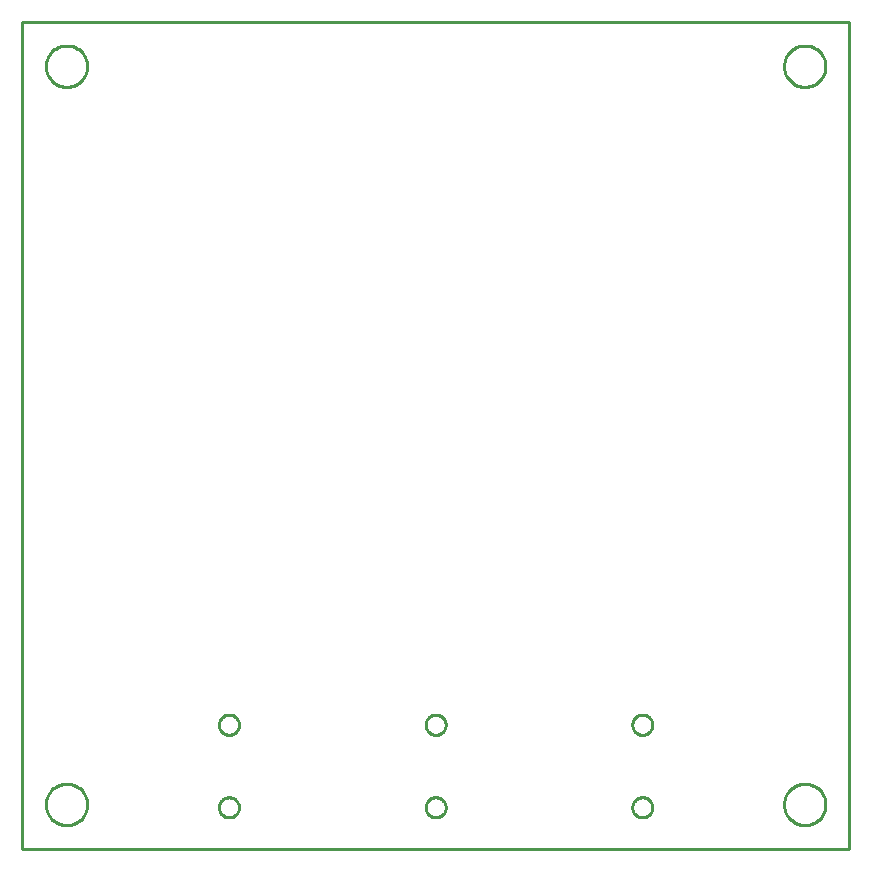
<source format=gbr>
G04 EAGLE Gerber RS-274X export*
G75*
%MOMM*%
%FSLAX34Y34*%
%LPD*%
%IN*%
%IPPOS*%
%AMOC8*
5,1,8,0,0,1.08239X$1,22.5*%
G01*
%ADD10C,0.254000*%


D10*
X0Y0D02*
X700000Y0D01*
X700000Y700000D01*
X0Y700000D01*
X0Y0D01*
X55000Y661927D02*
X54925Y660784D01*
X54776Y659648D01*
X54552Y658524D01*
X54255Y657417D01*
X53887Y656332D01*
X53449Y655274D01*
X52942Y654246D01*
X52369Y653254D01*
X51732Y652301D01*
X51035Y651392D01*
X50279Y650531D01*
X49469Y649721D01*
X48608Y648965D01*
X47699Y648268D01*
X46746Y647631D01*
X45754Y647058D01*
X44726Y646551D01*
X43668Y646113D01*
X42583Y645745D01*
X41476Y645448D01*
X40352Y645225D01*
X39216Y645075D01*
X38073Y645000D01*
X36927Y645000D01*
X35784Y645075D01*
X34648Y645225D01*
X33524Y645448D01*
X32417Y645745D01*
X31332Y646113D01*
X30274Y646551D01*
X29246Y647058D01*
X28254Y647631D01*
X27301Y648268D01*
X26392Y648965D01*
X25531Y649721D01*
X24721Y650531D01*
X23965Y651392D01*
X23268Y652301D01*
X22631Y653254D01*
X22058Y654246D01*
X21551Y655274D01*
X21113Y656332D01*
X20745Y657417D01*
X20448Y658524D01*
X20225Y659648D01*
X20075Y660784D01*
X20000Y661927D01*
X20000Y663073D01*
X20075Y664216D01*
X20225Y665352D01*
X20448Y666476D01*
X20745Y667583D01*
X21113Y668668D01*
X21551Y669726D01*
X22058Y670754D01*
X22631Y671746D01*
X23268Y672699D01*
X23965Y673608D01*
X24721Y674469D01*
X25531Y675279D01*
X26392Y676035D01*
X27301Y676732D01*
X28254Y677369D01*
X29246Y677942D01*
X30274Y678449D01*
X31332Y678887D01*
X32417Y679255D01*
X33524Y679552D01*
X34648Y679776D01*
X35784Y679925D01*
X36927Y680000D01*
X38073Y680000D01*
X39216Y679925D01*
X40352Y679776D01*
X41476Y679552D01*
X42583Y679255D01*
X43668Y678887D01*
X44726Y678449D01*
X45754Y677942D01*
X46746Y677369D01*
X47699Y676732D01*
X48608Y676035D01*
X49469Y675279D01*
X50279Y674469D01*
X51035Y673608D01*
X51732Y672699D01*
X52369Y671746D01*
X52942Y670754D01*
X53449Y669726D01*
X53887Y668668D01*
X54255Y667583D01*
X54552Y666476D01*
X54776Y665352D01*
X54925Y664216D01*
X55000Y663073D01*
X55000Y661927D01*
X680000Y661927D02*
X679925Y660784D01*
X679776Y659648D01*
X679552Y658524D01*
X679255Y657417D01*
X678887Y656332D01*
X678449Y655274D01*
X677942Y654246D01*
X677369Y653254D01*
X676732Y652301D01*
X676035Y651392D01*
X675279Y650531D01*
X674469Y649721D01*
X673608Y648965D01*
X672699Y648268D01*
X671746Y647631D01*
X670754Y647058D01*
X669726Y646551D01*
X668668Y646113D01*
X667583Y645745D01*
X666476Y645448D01*
X665352Y645225D01*
X664216Y645075D01*
X663073Y645000D01*
X661927Y645000D01*
X660784Y645075D01*
X659648Y645225D01*
X658524Y645448D01*
X657417Y645745D01*
X656332Y646113D01*
X655274Y646551D01*
X654246Y647058D01*
X653254Y647631D01*
X652301Y648268D01*
X651392Y648965D01*
X650531Y649721D01*
X649721Y650531D01*
X648965Y651392D01*
X648268Y652301D01*
X647631Y653254D01*
X647058Y654246D01*
X646551Y655274D01*
X646113Y656332D01*
X645745Y657417D01*
X645448Y658524D01*
X645225Y659648D01*
X645075Y660784D01*
X645000Y661927D01*
X645000Y663073D01*
X645075Y664216D01*
X645225Y665352D01*
X645448Y666476D01*
X645745Y667583D01*
X646113Y668668D01*
X646551Y669726D01*
X647058Y670754D01*
X647631Y671746D01*
X648268Y672699D01*
X648965Y673608D01*
X649721Y674469D01*
X650531Y675279D01*
X651392Y676035D01*
X652301Y676732D01*
X653254Y677369D01*
X654246Y677942D01*
X655274Y678449D01*
X656332Y678887D01*
X657417Y679255D01*
X658524Y679552D01*
X659648Y679776D01*
X660784Y679925D01*
X661927Y680000D01*
X663073Y680000D01*
X664216Y679925D01*
X665352Y679776D01*
X666476Y679552D01*
X667583Y679255D01*
X668668Y678887D01*
X669726Y678449D01*
X670754Y677942D01*
X671746Y677369D01*
X672699Y676732D01*
X673608Y676035D01*
X674469Y675279D01*
X675279Y674469D01*
X676035Y673608D01*
X676732Y672699D01*
X677369Y671746D01*
X677942Y670754D01*
X678449Y669726D01*
X678887Y668668D01*
X679255Y667583D01*
X679552Y666476D01*
X679776Y665352D01*
X679925Y664216D01*
X680000Y663073D01*
X680000Y661927D01*
X55000Y36927D02*
X54925Y35784D01*
X54776Y34648D01*
X54552Y33524D01*
X54255Y32417D01*
X53887Y31332D01*
X53449Y30274D01*
X52942Y29246D01*
X52369Y28254D01*
X51732Y27301D01*
X51035Y26392D01*
X50279Y25531D01*
X49469Y24721D01*
X48608Y23965D01*
X47699Y23268D01*
X46746Y22631D01*
X45754Y22058D01*
X44726Y21551D01*
X43668Y21113D01*
X42583Y20745D01*
X41476Y20448D01*
X40352Y20225D01*
X39216Y20075D01*
X38073Y20000D01*
X36927Y20000D01*
X35784Y20075D01*
X34648Y20225D01*
X33524Y20448D01*
X32417Y20745D01*
X31332Y21113D01*
X30274Y21551D01*
X29246Y22058D01*
X28254Y22631D01*
X27301Y23268D01*
X26392Y23965D01*
X25531Y24721D01*
X24721Y25531D01*
X23965Y26392D01*
X23268Y27301D01*
X22631Y28254D01*
X22058Y29246D01*
X21551Y30274D01*
X21113Y31332D01*
X20745Y32417D01*
X20448Y33524D01*
X20225Y34648D01*
X20075Y35784D01*
X20000Y36927D01*
X20000Y38073D01*
X20075Y39216D01*
X20225Y40352D01*
X20448Y41476D01*
X20745Y42583D01*
X21113Y43668D01*
X21551Y44726D01*
X22058Y45754D01*
X22631Y46746D01*
X23268Y47699D01*
X23965Y48608D01*
X24721Y49469D01*
X25531Y50279D01*
X26392Y51035D01*
X27301Y51732D01*
X28254Y52369D01*
X29246Y52942D01*
X30274Y53449D01*
X31332Y53887D01*
X32417Y54255D01*
X33524Y54552D01*
X34648Y54776D01*
X35784Y54925D01*
X36927Y55000D01*
X38073Y55000D01*
X39216Y54925D01*
X40352Y54776D01*
X41476Y54552D01*
X42583Y54255D01*
X43668Y53887D01*
X44726Y53449D01*
X45754Y52942D01*
X46746Y52369D01*
X47699Y51732D01*
X48608Y51035D01*
X49469Y50279D01*
X50279Y49469D01*
X51035Y48608D01*
X51732Y47699D01*
X52369Y46746D01*
X52942Y45754D01*
X53449Y44726D01*
X53887Y43668D01*
X54255Y42583D01*
X54552Y41476D01*
X54776Y40352D01*
X54925Y39216D01*
X55000Y38073D01*
X55000Y36927D01*
X680000Y36927D02*
X679925Y35784D01*
X679776Y34648D01*
X679552Y33524D01*
X679255Y32417D01*
X678887Y31332D01*
X678449Y30274D01*
X677942Y29246D01*
X677369Y28254D01*
X676732Y27301D01*
X676035Y26392D01*
X675279Y25531D01*
X674469Y24721D01*
X673608Y23965D01*
X672699Y23268D01*
X671746Y22631D01*
X670754Y22058D01*
X669726Y21551D01*
X668668Y21113D01*
X667583Y20745D01*
X666476Y20448D01*
X665352Y20225D01*
X664216Y20075D01*
X663073Y20000D01*
X661927Y20000D01*
X660784Y20075D01*
X659648Y20225D01*
X658524Y20448D01*
X657417Y20745D01*
X656332Y21113D01*
X655274Y21551D01*
X654246Y22058D01*
X653254Y22631D01*
X652301Y23268D01*
X651392Y23965D01*
X650531Y24721D01*
X649721Y25531D01*
X648965Y26392D01*
X648268Y27301D01*
X647631Y28254D01*
X647058Y29246D01*
X646551Y30274D01*
X646113Y31332D01*
X645745Y32417D01*
X645448Y33524D01*
X645225Y34648D01*
X645075Y35784D01*
X645000Y36927D01*
X645000Y38073D01*
X645075Y39216D01*
X645225Y40352D01*
X645448Y41476D01*
X645745Y42583D01*
X646113Y43668D01*
X646551Y44726D01*
X647058Y45754D01*
X647631Y46746D01*
X648268Y47699D01*
X648965Y48608D01*
X649721Y49469D01*
X650531Y50279D01*
X651392Y51035D01*
X652301Y51732D01*
X653254Y52369D01*
X654246Y52942D01*
X655274Y53449D01*
X656332Y53887D01*
X657417Y54255D01*
X658524Y54552D01*
X659648Y54776D01*
X660784Y54925D01*
X661927Y55000D01*
X663073Y55000D01*
X664216Y54925D01*
X665352Y54776D01*
X666476Y54552D01*
X667583Y54255D01*
X668668Y53887D01*
X669726Y53449D01*
X670754Y52942D01*
X671746Y52369D01*
X672699Y51732D01*
X673608Y51035D01*
X674469Y50279D01*
X675279Y49469D01*
X676035Y48608D01*
X676732Y47699D01*
X677369Y46746D01*
X677942Y45754D01*
X678449Y44726D01*
X678887Y43668D01*
X679255Y42583D01*
X679552Y41476D01*
X679776Y40352D01*
X679925Y39216D01*
X680000Y38073D01*
X680000Y36927D01*
X350371Y43500D02*
X351111Y43435D01*
X351842Y43306D01*
X352558Y43114D01*
X353256Y42860D01*
X353929Y42547D01*
X354571Y42176D01*
X355179Y41750D01*
X355748Y41273D01*
X356273Y40748D01*
X356750Y40179D01*
X357176Y39571D01*
X357547Y38929D01*
X357860Y38256D01*
X358114Y37558D01*
X358306Y36842D01*
X358435Y36111D01*
X358500Y35371D01*
X358500Y34629D01*
X358435Y33889D01*
X358306Y33159D01*
X358114Y32442D01*
X357860Y31744D01*
X357547Y31071D01*
X357176Y30429D01*
X356750Y29821D01*
X356273Y29252D01*
X355748Y28727D01*
X355179Y28250D01*
X354571Y27824D01*
X353929Y27453D01*
X353256Y27140D01*
X352558Y26886D01*
X351842Y26694D01*
X351111Y26565D01*
X350371Y26500D01*
X349629Y26500D01*
X348889Y26565D01*
X348159Y26694D01*
X347442Y26886D01*
X346744Y27140D01*
X346071Y27453D01*
X345429Y27824D01*
X344821Y28250D01*
X344252Y28727D01*
X343727Y29252D01*
X343250Y29821D01*
X342824Y30429D01*
X342453Y31071D01*
X342140Y31744D01*
X341886Y32442D01*
X341694Y33159D01*
X341565Y33889D01*
X341500Y34629D01*
X341500Y35371D01*
X341565Y36111D01*
X341694Y36842D01*
X341886Y37558D01*
X342140Y38256D01*
X342453Y38929D01*
X342824Y39571D01*
X343250Y40179D01*
X343727Y40748D01*
X344252Y41273D01*
X344821Y41750D01*
X345429Y42176D01*
X346071Y42547D01*
X346744Y42860D01*
X347442Y43114D01*
X348159Y43306D01*
X348889Y43435D01*
X349629Y43500D01*
X350371Y43500D01*
X350371Y113500D02*
X351111Y113435D01*
X351842Y113306D01*
X352558Y113114D01*
X353256Y112860D01*
X353929Y112547D01*
X354571Y112176D01*
X355179Y111750D01*
X355748Y111273D01*
X356273Y110748D01*
X356750Y110179D01*
X357176Y109571D01*
X357547Y108929D01*
X357860Y108256D01*
X358114Y107558D01*
X358306Y106842D01*
X358435Y106111D01*
X358500Y105371D01*
X358500Y104629D01*
X358435Y103889D01*
X358306Y103159D01*
X358114Y102442D01*
X357860Y101744D01*
X357547Y101071D01*
X357176Y100429D01*
X356750Y99821D01*
X356273Y99252D01*
X355748Y98727D01*
X355179Y98250D01*
X354571Y97824D01*
X353929Y97453D01*
X353256Y97140D01*
X352558Y96886D01*
X351842Y96694D01*
X351111Y96565D01*
X350371Y96500D01*
X349629Y96500D01*
X348889Y96565D01*
X348159Y96694D01*
X347442Y96886D01*
X346744Y97140D01*
X346071Y97453D01*
X345429Y97824D01*
X344821Y98250D01*
X344252Y98727D01*
X343727Y99252D01*
X343250Y99821D01*
X342824Y100429D01*
X342453Y101071D01*
X342140Y101744D01*
X341886Y102442D01*
X341694Y103159D01*
X341565Y103889D01*
X341500Y104629D01*
X341500Y105371D01*
X341565Y106111D01*
X341694Y106842D01*
X341886Y107558D01*
X342140Y108256D01*
X342453Y108929D01*
X342824Y109571D01*
X343250Y110179D01*
X343727Y110748D01*
X344252Y111273D01*
X344821Y111750D01*
X345429Y112176D01*
X346071Y112547D01*
X346744Y112860D01*
X347442Y113114D01*
X348159Y113306D01*
X348889Y113435D01*
X349629Y113500D01*
X350371Y113500D01*
X525371Y43500D02*
X526111Y43435D01*
X526842Y43306D01*
X527558Y43114D01*
X528256Y42860D01*
X528929Y42547D01*
X529571Y42176D01*
X530179Y41750D01*
X530748Y41273D01*
X531273Y40748D01*
X531750Y40179D01*
X532176Y39571D01*
X532547Y38929D01*
X532860Y38256D01*
X533114Y37558D01*
X533306Y36842D01*
X533435Y36111D01*
X533500Y35371D01*
X533500Y34629D01*
X533435Y33889D01*
X533306Y33159D01*
X533114Y32442D01*
X532860Y31744D01*
X532547Y31071D01*
X532176Y30429D01*
X531750Y29821D01*
X531273Y29252D01*
X530748Y28727D01*
X530179Y28250D01*
X529571Y27824D01*
X528929Y27453D01*
X528256Y27140D01*
X527558Y26886D01*
X526842Y26694D01*
X526111Y26565D01*
X525371Y26500D01*
X524629Y26500D01*
X523889Y26565D01*
X523159Y26694D01*
X522442Y26886D01*
X521744Y27140D01*
X521071Y27453D01*
X520429Y27824D01*
X519821Y28250D01*
X519252Y28727D01*
X518727Y29252D01*
X518250Y29821D01*
X517824Y30429D01*
X517453Y31071D01*
X517140Y31744D01*
X516886Y32442D01*
X516694Y33159D01*
X516565Y33889D01*
X516500Y34629D01*
X516500Y35371D01*
X516565Y36111D01*
X516694Y36842D01*
X516886Y37558D01*
X517140Y38256D01*
X517453Y38929D01*
X517824Y39571D01*
X518250Y40179D01*
X518727Y40748D01*
X519252Y41273D01*
X519821Y41750D01*
X520429Y42176D01*
X521071Y42547D01*
X521744Y42860D01*
X522442Y43114D01*
X523159Y43306D01*
X523889Y43435D01*
X524629Y43500D01*
X525371Y43500D01*
X525371Y113500D02*
X526111Y113435D01*
X526842Y113306D01*
X527558Y113114D01*
X528256Y112860D01*
X528929Y112547D01*
X529571Y112176D01*
X530179Y111750D01*
X530748Y111273D01*
X531273Y110748D01*
X531750Y110179D01*
X532176Y109571D01*
X532547Y108929D01*
X532860Y108256D01*
X533114Y107558D01*
X533306Y106842D01*
X533435Y106111D01*
X533500Y105371D01*
X533500Y104629D01*
X533435Y103889D01*
X533306Y103159D01*
X533114Y102442D01*
X532860Y101744D01*
X532547Y101071D01*
X532176Y100429D01*
X531750Y99821D01*
X531273Y99252D01*
X530748Y98727D01*
X530179Y98250D01*
X529571Y97824D01*
X528929Y97453D01*
X528256Y97140D01*
X527558Y96886D01*
X526842Y96694D01*
X526111Y96565D01*
X525371Y96500D01*
X524629Y96500D01*
X523889Y96565D01*
X523159Y96694D01*
X522442Y96886D01*
X521744Y97140D01*
X521071Y97453D01*
X520429Y97824D01*
X519821Y98250D01*
X519252Y98727D01*
X518727Y99252D01*
X518250Y99821D01*
X517824Y100429D01*
X517453Y101071D01*
X517140Y101744D01*
X516886Y102442D01*
X516694Y103159D01*
X516565Y103889D01*
X516500Y104629D01*
X516500Y105371D01*
X516565Y106111D01*
X516694Y106842D01*
X516886Y107558D01*
X517140Y108256D01*
X517453Y108929D01*
X517824Y109571D01*
X518250Y110179D01*
X518727Y110748D01*
X519252Y111273D01*
X519821Y111750D01*
X520429Y112176D01*
X521071Y112547D01*
X521744Y112860D01*
X522442Y113114D01*
X523159Y113306D01*
X523889Y113435D01*
X524629Y113500D01*
X525371Y113500D01*
X175371Y43500D02*
X176111Y43435D01*
X176842Y43306D01*
X177558Y43114D01*
X178256Y42860D01*
X178929Y42547D01*
X179571Y42176D01*
X180179Y41750D01*
X180748Y41273D01*
X181273Y40748D01*
X181750Y40179D01*
X182176Y39571D01*
X182547Y38929D01*
X182860Y38256D01*
X183114Y37558D01*
X183306Y36842D01*
X183435Y36111D01*
X183500Y35371D01*
X183500Y34629D01*
X183435Y33889D01*
X183306Y33159D01*
X183114Y32442D01*
X182860Y31744D01*
X182547Y31071D01*
X182176Y30429D01*
X181750Y29821D01*
X181273Y29252D01*
X180748Y28727D01*
X180179Y28250D01*
X179571Y27824D01*
X178929Y27453D01*
X178256Y27140D01*
X177558Y26886D01*
X176842Y26694D01*
X176111Y26565D01*
X175371Y26500D01*
X174629Y26500D01*
X173889Y26565D01*
X173159Y26694D01*
X172442Y26886D01*
X171744Y27140D01*
X171071Y27453D01*
X170429Y27824D01*
X169821Y28250D01*
X169252Y28727D01*
X168727Y29252D01*
X168250Y29821D01*
X167824Y30429D01*
X167453Y31071D01*
X167140Y31744D01*
X166886Y32442D01*
X166694Y33159D01*
X166565Y33889D01*
X166500Y34629D01*
X166500Y35371D01*
X166565Y36111D01*
X166694Y36842D01*
X166886Y37558D01*
X167140Y38256D01*
X167453Y38929D01*
X167824Y39571D01*
X168250Y40179D01*
X168727Y40748D01*
X169252Y41273D01*
X169821Y41750D01*
X170429Y42176D01*
X171071Y42547D01*
X171744Y42860D01*
X172442Y43114D01*
X173159Y43306D01*
X173889Y43435D01*
X174629Y43500D01*
X175371Y43500D01*
X175371Y113500D02*
X176111Y113435D01*
X176842Y113306D01*
X177558Y113114D01*
X178256Y112860D01*
X178929Y112547D01*
X179571Y112176D01*
X180179Y111750D01*
X180748Y111273D01*
X181273Y110748D01*
X181750Y110179D01*
X182176Y109571D01*
X182547Y108929D01*
X182860Y108256D01*
X183114Y107558D01*
X183306Y106842D01*
X183435Y106111D01*
X183500Y105371D01*
X183500Y104629D01*
X183435Y103889D01*
X183306Y103159D01*
X183114Y102442D01*
X182860Y101744D01*
X182547Y101071D01*
X182176Y100429D01*
X181750Y99821D01*
X181273Y99252D01*
X180748Y98727D01*
X180179Y98250D01*
X179571Y97824D01*
X178929Y97453D01*
X178256Y97140D01*
X177558Y96886D01*
X176842Y96694D01*
X176111Y96565D01*
X175371Y96500D01*
X174629Y96500D01*
X173889Y96565D01*
X173159Y96694D01*
X172442Y96886D01*
X171744Y97140D01*
X171071Y97453D01*
X170429Y97824D01*
X169821Y98250D01*
X169252Y98727D01*
X168727Y99252D01*
X168250Y99821D01*
X167824Y100429D01*
X167453Y101071D01*
X167140Y101744D01*
X166886Y102442D01*
X166694Y103159D01*
X166565Y103889D01*
X166500Y104629D01*
X166500Y105371D01*
X166565Y106111D01*
X166694Y106842D01*
X166886Y107558D01*
X167140Y108256D01*
X167453Y108929D01*
X167824Y109571D01*
X168250Y110179D01*
X168727Y110748D01*
X169252Y111273D01*
X169821Y111750D01*
X170429Y112176D01*
X171071Y112547D01*
X171744Y112860D01*
X172442Y113114D01*
X173159Y113306D01*
X173889Y113435D01*
X174629Y113500D01*
X175371Y113500D01*
M02*

</source>
